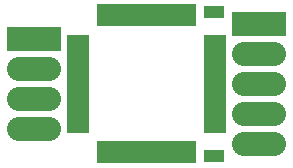
<source format=gts>
G04 (created by PCBNEW (2013-04-19 BZR 4011)-stable) date 02/09/2014 23:44:52*
%MOIN*%
G04 Gerber Fmt 3.4, Leading zero omitted, Abs format*
%FSLAX34Y34*%
G01*
G70*
G90*
G04 APERTURE LIST*
%ADD10C,2.3622e-006*%
%ADD11R,0.0357X0.0436*%
%ADD12R,0.18X0.08*%
%ADD13O,0.18X0.08*%
%ADD14R,0.0772X0.0318*%
%ADD15R,0.0318X0.0772*%
G04 APERTURE END LIST*
G54D10*
G54D11*
X92577Y-67600D03*
X92223Y-67600D03*
G54D12*
X93900Y-63200D03*
G54D13*
X93900Y-64200D03*
X93900Y-65200D03*
X93900Y-66200D03*
X93900Y-67200D03*
G54D14*
X87867Y-64117D03*
X87867Y-64314D03*
X87867Y-64511D03*
X87867Y-64708D03*
X87867Y-64905D03*
X87867Y-65102D03*
X87867Y-63920D03*
X87867Y-63724D03*
G54D15*
X89461Y-62917D03*
X89658Y-62917D03*
X89855Y-62917D03*
G54D14*
X92433Y-65889D03*
X92433Y-66086D03*
X92433Y-66283D03*
X92433Y-66480D03*
X92433Y-66676D03*
G54D15*
X90839Y-67483D03*
G54D14*
X92433Y-65692D03*
X92433Y-65495D03*
X92433Y-65298D03*
X92433Y-65102D03*
X92433Y-64905D03*
G54D15*
X89658Y-67483D03*
X91036Y-62917D03*
X89855Y-67483D03*
X91233Y-62917D03*
X91430Y-62917D03*
X90052Y-67483D03*
X90248Y-67483D03*
X91626Y-62917D03*
G54D14*
X92433Y-64511D03*
G54D15*
X90445Y-67483D03*
X90642Y-67483D03*
G54D14*
X92433Y-64708D03*
G54D15*
X90839Y-62917D03*
X89461Y-67483D03*
X89264Y-67483D03*
X90642Y-62917D03*
X90445Y-62917D03*
X89067Y-67483D03*
X88870Y-67483D03*
X90248Y-62917D03*
X90052Y-62917D03*
X88674Y-67483D03*
G54D14*
X87867Y-65298D03*
X87867Y-65495D03*
X87867Y-65692D03*
X87867Y-65889D03*
G54D15*
X91036Y-67483D03*
X91233Y-67483D03*
X91430Y-67483D03*
X91626Y-67483D03*
G54D14*
X92433Y-64314D03*
X92433Y-64117D03*
X92433Y-63920D03*
X92433Y-63724D03*
X87867Y-66086D03*
X87867Y-66283D03*
X87867Y-66480D03*
X87867Y-66676D03*
G54D15*
X89264Y-62917D03*
X89067Y-62917D03*
X88870Y-62917D03*
X88674Y-62917D03*
G54D12*
X86400Y-63700D03*
G54D13*
X86400Y-64700D03*
X86400Y-65700D03*
X86400Y-66700D03*
G54D11*
X92223Y-62800D03*
X92577Y-62800D03*
M02*

</source>
